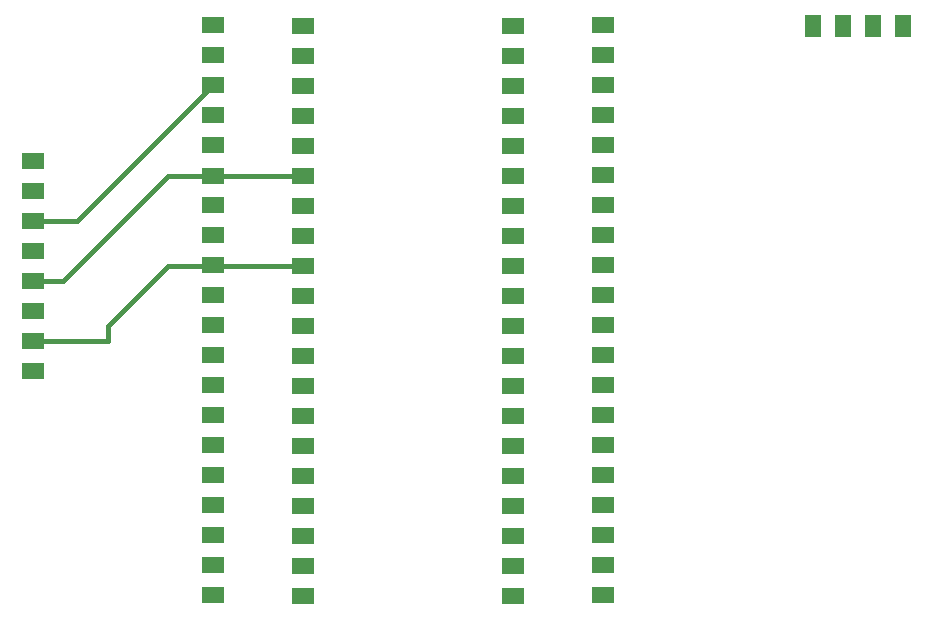
<source format=gbr>
G04 DesignSpark PCB Gerber Version 11.0 Build 5877*
%FSLAX35Y35*%
%MOIN*%
%ADD24R,0.05500X0.07500*%
%ADD13C,0.01500*%
%ADD23R,0.07500X0.05500*%
X0Y0D02*
D02*
D13*
X45250Y115250D02*
X70250D01*
Y120250D01*
X90250Y140250D01*
X104750D01*
X105250Y140750D01*
X45250Y135250D02*
X55250D01*
X90250Y170250D01*
X105250D01*
X45250Y155250D02*
X59750D01*
X105250Y200750D01*
Y140750D02*
Y140250D01*
X135250D01*
X105250Y170250D02*
X135250D01*
D02*
D23*
X45250Y105250D03*
Y115250D03*
Y125250D03*
Y135250D03*
Y145250D03*
Y155250D03*
Y165250D03*
Y175250D03*
X105250Y30750D03*
Y40750D03*
Y50750D03*
Y60750D03*
Y70750D03*
Y80750D03*
Y90750D03*
Y100750D03*
Y110750D03*
Y120750D03*
Y130750D03*
Y140750D03*
Y150750D03*
Y160750D03*
Y170250D03*
Y180750D03*
Y190750D03*
Y200750D03*
Y210750D03*
Y220750D03*
X135250Y30250D03*
Y40250D03*
Y50250D03*
Y60250D03*
Y70250D03*
Y80250D03*
Y90250D03*
Y100250D03*
Y110250D03*
Y120250D03*
Y130250D03*
Y140250D03*
Y150250D03*
Y160250D03*
Y170250D03*
Y180250D03*
Y190250D03*
Y200250D03*
Y210250D03*
Y220250D03*
X205250Y30250D03*
Y40250D03*
Y50250D03*
Y60250D03*
Y70250D03*
Y80250D03*
Y90250D03*
Y100250D03*
Y110250D03*
Y120250D03*
Y130250D03*
Y140250D03*
Y150250D03*
Y160250D03*
Y170250D03*
Y180250D03*
Y190250D03*
Y200250D03*
Y210250D03*
Y220250D03*
X235250Y30750D03*
Y40750D03*
Y50750D03*
Y60750D03*
Y70750D03*
Y80750D03*
Y90750D03*
Y100750D03*
Y110750D03*
Y120750D03*
Y130750D03*
Y140750D03*
Y150750D03*
Y160750D03*
Y170750D03*
Y180750D03*
Y190750D03*
Y200750D03*
Y210750D03*
Y220750D03*
D02*
D24*
X305250Y220250D03*
X315250D03*
X325250D03*
X335250D03*
X0Y0D02*
M02*

</source>
